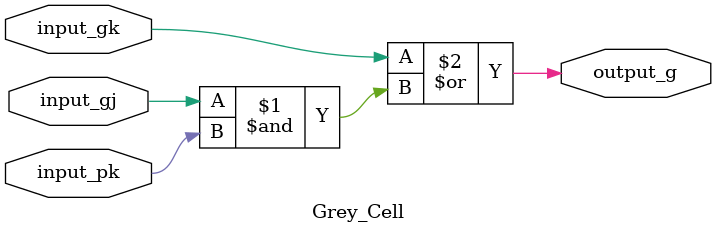
<source format=v>
`ifndef OPCODES
    `define LOAD        7'b00_000_11
    `define LOAD_FP     7'b00_001_11
    `define custom_0    7'b00_010_11
    `define MISC_MEM    7'b00_011_11
    `define OP_IMM      7'b00_100_11
    `define AUIPC       7'b00_101_11
    `define OP_IMM_32   7'b00_110_11

    `define STORE       7'b01_000_11
    `define STORE_FP    7'b01_001_11
    `define custom_1    7'b01_010_11
    `define AMO         7'b01_011_11
    `define OP          7'b01_100_11
    `define LUI         7'b01_101_11
    `define OP_32       7'b01_110_11

    `define MADD        7'b10_000_11
    `define MSUB        7'b10_001_11
    `define NMSUB       7'b10_010_11
    `define NMADD       7'b10_011_11
    `define OP_FP       7'b10_100_11
    `define custom_2    7'b10_110_11

    `define BRANCH      7'b11_000_11
    `define JALR        7'b11_001_11
    `define JAL         7'b11_011_11
    `define SYSTEM      7'b11_100_11
    `define custom_3    7'b11_110_11
`endif /*OPCODES*/

module Address_Generator
(
    input [ 6 : 0] opcode, 
    input [31 : 0] rs1,            
    input [31 : 0] pc,
    input [31 : 0] immediate,

    output reg [31 : 0] address
);
    
    reg  [31 : 0] adder_input_1;
    reg  [31 : 0] adder_input_2;
    wire [31 : 0] adder_result;

    always @(*) 
    begin
        case (opcode)
            `STORE   : begin adder_input_1 = rs1; adder_input_2 = immediate; address = adder_result; end    //  Store  ->   rs1  + immediate
            `LOAD    : begin adder_input_1 = rs1; adder_input_2 = immediate; address = adder_result; end    //  Load   ->   rs1  + immediate
            `JALR    : begin adder_input_1 = rs1; adder_input_2 = immediate; address = adder_result; end    //  JALR   ->   rs1  + immediate
            `JAL     : begin adder_input_1 = pc;  adder_input_2 = immediate; address = adder_result; end    //  JAL    ->    pc  + immediate
            `AUIPC   : begin adder_input_1 = pc;  adder_input_2 = immediate; address = adder_result; end    //  AUIPC  ->    pc  + immediate
            `BRANCH  : begin adder_input_1 = pc;  adder_input_2 = immediate; address = adder_result; end    //  Branch ->    pc  + immediate
            default  : address = 32'bz;
        endcase 
    end

    Kogge_Stone_Adder adder_address_generator 
    (
        .carry_in(1'b0), 
        .input_A(adder_input_1),
        .input_B(adder_input_2),
        .sum(adder_result)
    );
    
endmodule

module Kogge_Stone_Adder
(
    input  wire          carry_in,
    input  wire [31 : 0] input_A,
    input  wire [31 : 0] input_B,
    output wire [31 : 0] sum,
    output wire          carry_out
);

    // Stage 1
    wire [31 : 0] p_stage_1; wire [31 : 0] g_stage_1; wire carry_stage_1;
    // Stage 2
    wire [30 : 0] p_stage_2; wire [31 : 0] g_stage_2; wire carry_stage_2; wire [31 : 0] p_saved_1;
    // Stage 3
    wire [28 : 0] p_stage_3; wire [31 : 0] g_stage_3; wire carry_stage_3; wire [31 : 0] p_saved_2;
    // Stage 4
    wire [24 : 0] p_stage_4; wire [31 : 0] g_stage_4; wire carry_stage_4; wire [31 : 0] p_saved_3;
    // Stage 5
    wire [16 : 0] p_stage_5; wire [31 : 0] g_stage_5; wire carry_stage_5; wire [31 : 0] p_saved_4;
    // Stage 6
    wire [31 : 0] p_stage_6; wire [31 : 0] g_stage_6; wire carry_stage_6;

    // Kogge Stone Stage 1
    assign carry_stage_1 = carry_in;
    genvar i;
    generate
    for (i = 0 ; i < 32 ; i = i + 1) 
    begin
        PG pg_stage_1 
        (
            .input_a(input_A[i]),
            .input_b(input_B[i]),
            .output_p(p_stage_1[i]),
            .output_g(g_stage_1[i])
        );
    end
    endgenerate

    // Kogge Stone Stage 2
    wire [31 : 0] gkj_stage_2;
    wire [30 : 0] pkj_stage_2;

    assign carry_stage_2        = carry_stage_1;
    assign p_saved_1            = p_stage_1 [31 : 0];
    assign gkj_stage_2 [0]      = carry_stage_1;
    assign gkj_stage_2 [31 : 1] = g_stage_1 [30 : 0];
    assign pkj_stage_2          = p_stage_1 [30 : 0];

    Grey_Cell gc_0(gkj_stage_2[0], p_stage_1[0], g_stage_1[0], g_stage_2[0]);
    genvar j;
    generate
    for (j = 0 ; j < 31 ; j = j + 1) 
    begin
        Black_Cell bc_stage_2 
        (
            .input_pj(pkj_stage_2[j]),
            .input_gj(gkj_stage_2[j + 1]),
            .input_pk(p_stage_1[j + 1]),
            .input_gk(g_stage_1[j + 1]),
            .output_g(g_stage_2[j + 1]),
            .output_p(p_stage_2[j])
        );
    end
    endgenerate

    // Kogge Stone Stage 3
    wire [30 : 0] gkj_stage_3;
    wire [28 : 0] pkj_stage_3;

    assign carry_stage_3       = carry_stage_2;
    assign p_saved_2           = p_saved_1[31 : 0];
    assign gkj_stage_3[0]      = carry_stage_2;
    assign gkj_stage_3[30 : 1] = g_stage_2[29 : 0];
    assign pkj_stage_3         = p_stage_2[28 : 0];
    assign g_stage_3[0]        = g_stage_2[0];

    Grey_Cell  gc_1(gkj_stage_3[0], p_stage_2[0], g_stage_2[1], g_stage_3[1]);
    Grey_Cell  gc_2(gkj_stage_3[1], p_stage_2[1], g_stage_2[2], g_stage_3[2]);

    genvar k;
    generate
    for (k = 0 ; k < 29 ; k = k + 1) begin
        Black_Cell bc_stage_3 
        (
            .input_pj(pkj_stage_3[k]),
            .input_gj(gkj_stage_3[k + 2]),
            .input_pk(p_stage_2[k + 2]),
            .input_gk(g_stage_2[k + 3]),
            .output_g (g_stage_3[k + 3]),
            .output_p (p_stage_3[k])
        );
    end
    endgenerate

    // Kogge Stone Stage 4
    wire [28 : 0] gkj_stage_4;
    wire [24 : 0] pkj_stage_4;

    assign carry_stage_4       = carry_stage_3;
    assign p_saved_3           = p_saved_2[31 : 0];
    assign gkj_stage_4[0]      = carry_stage_3;
    assign gkj_stage_4[28 : 1] = g_stage_3[27 : 0];
    assign pkj_stage_4         = p_stage_3[24 : 0];
    assign g_stage_4[2 : 0]    = g_stage_3[2  : 0];

    genvar l;
    generate
    for (l = 0 ; l < 4 ; l = l + 1) begin
        Grey_Cell gc_stage_4 
        (
            .input_gj(gkj_stage_4[l]),
            .input_pk(p_stage_3[l]),
            .input_gk(g_stage_3[l + 3]),
            .output_g(g_stage_4[l + 3])
        );
    end
    endgenerate

    genvar m;
    generate
    for (m = 0 ; m < 25 ; m = m + 1) begin
        Black_Cell bc_stage_4 
        (
            .input_pj(pkj_stage_4[m]),
            .input_gj(gkj_stage_4[m + 4]),
            .input_pk(p_stage_3[m + 4]),
            .input_gk(g_stage_3[m + 7]),
            .output_g(g_stage_4[m + 7]),
            .output_p(p_stage_4[m])
        );
    end
    endgenerate

    // Kogge Stone Stage 5
    wire [24 : 0] gkj_stage_5;
    wire [16 : 0] pkj_stage_5;

    assign carry_stage_5       = carry_stage_4;
    assign p_saved_4           = p_saved_3[31 : 0];
    assign gkj_stage_5[0]      = carry_stage_4;
    assign gkj_stage_5[24 : 1] = g_stage_4[23 : 0];
    assign pkj_stage_5         = p_stage_4[16 : 0];
    assign g_stage_5[6 : 0]    = g_stage_4[6  : 0];

    genvar n;
    generate
    for (n = 0 ; n < 8 ; n = n + 1) begin
        Grey_Cell gc_stage_5 
        (
            .input_gj(gkj_stage_5[n]),
            .input_pk(p_stage_4[n]),
            .input_gk(g_stage_4[n + 7]),
            .output_g(g_stage_5[n + 7])
        );
    end
    endgenerate

    genvar o;
    generate
    for (o = 0 ; o < 17 ; o = o + 1) begin
        Black_Cell bc_stage_5 
        (
            .input_pj(pkj_stage_5[o]),
            .input_gj(gkj_stage_5[o + 8]),
            .input_pk(p_stage_4[o + 8]),
            .input_gk(g_stage_4[o + 15]),
            .output_g(g_stage_5[o + 15]),
            .output_p(p_stage_5[o])
        );
    end
    endgenerate

    // Kogge Stone Stage 6
    wire [16 : 0] gkj_stage_6;

    assign carry_stage_6       = carry_stage_5;
    assign p_stage_6           = p_saved_4[31 : 0];
    assign gkj_stage_6[0]      = carry_stage_5;
    assign gkj_stage_6[16 : 1] = g_stage_5[15 : 0];
    assign g_stage_6[15 : 0]   = g_stage_5[15 : 0];

    genvar p;
    generate
    for (p = 1 ; p <= 16 ; p = p + 1) begin
        Grey_Cell gc_stage_6 
        (
            .input_gj(gkj_stage_6[p]),
            .input_pk(p_stage_5[p]),
            .input_gk(g_stage_5[p + 15]),
            .output_g(g_stage_6[p + 15])
        );
    end
    endgenerate

    // Kogge Stone Stage 7
    assign carry_out   = g_stage_6[31];
    assign sum[0]      = carry_stage_6 ^ p_stage_6[0];
    assign sum[31 : 1] = g_stage_6[30 : 0] ^ p_stage_6[31 : 1];

endmodule

module PG
(
    input  wire input_a,
    input  wire input_b,
    output wire output_p,
    output wire output_g
);
    assign output_p = input_a ^ input_b;
    assign output_g = input_a & input_b;
endmodule

module Black_Cell
(
    input  wire input_pj,
    input  wire input_gj,
    input  wire input_pk,
    input  wire input_gk,
    output wire output_g,
    output wire output_p
);
    assign output_g = input_gk | (input_gj & input_pk);
    assign output_p = input_pk & input_pj;
endmodule

module Grey_Cell
(
    input  wire input_gj,
    input  wire input_pk,
    input  wire input_gk,
    output wire output_g
);
    assign output_g = input_gk | (input_gj & input_pk);
endmodule
</source>
